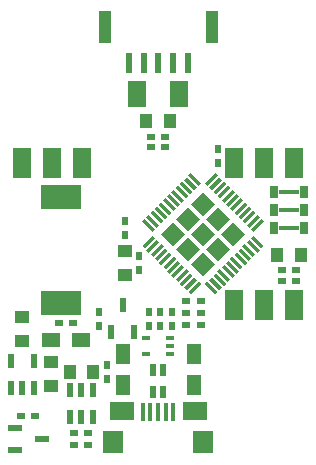
<source format=gbr>
G04 #@! TF.FileFunction,Paste,Top*
%FSLAX46Y46*%
G04 Gerber Fmt 4.6, Leading zero omitted, Abs format (unit mm)*
G04 Created by KiCad (PCBNEW 4.0.7-e2-6376~58~ubuntu14.04.1) date Tue Mar  6 17:24:19 2018*
%MOMM*%
%LPD*%
G01*
G04 APERTURE LIST*
%ADD10C,0.100000*%
%ADD11R,1.500000X2.300000*%
%ADD12R,0.600000X1.200000*%
%ADD13R,0.800000X0.300000*%
%ADD14R,1.800000X1.900000*%
%ADD15R,2.100000X1.600000*%
%ADD16R,0.400000X1.500000*%
%ADD17R,1.200000X0.600000*%
%ADD18R,3.400000X2.000000*%
%ADD19R,0.500000X0.800000*%
%ADD20R,0.800000X0.500000*%
%ADD21R,1.000000X1.200000*%
%ADD22R,1.200000X1.000000*%
%ADD23R,0.600000X1.700000*%
%ADD24R,1.000000X2.700000*%
%ADD25R,1.700000X0.400000*%
%ADD26R,0.800000X1.000000*%
%ADD27R,1.500000X1.250000*%
%ADD28R,0.500000X1.000000*%
%ADD29R,1.250000X1.800000*%
%ADD30R,1.500000X2.540000*%
G04 APERTURE END LIST*
D10*
G36*
X55268466Y-62957017D02*
X54384582Y-63840901D01*
X54172450Y-63628769D01*
X55056334Y-62744885D01*
X55268466Y-62957017D01*
X55268466Y-62957017D01*
G37*
G36*
X54914913Y-62603464D02*
X54031029Y-63487348D01*
X53818897Y-63275216D01*
X54702781Y-62391332D01*
X54914913Y-62603464D01*
X54914913Y-62603464D01*
G37*
G36*
X54561359Y-62249910D02*
X53677475Y-63133794D01*
X53465343Y-62921662D01*
X54349227Y-62037778D01*
X54561359Y-62249910D01*
X54561359Y-62249910D01*
G37*
G36*
X54207806Y-61896357D02*
X53323922Y-62780241D01*
X53111790Y-62568109D01*
X53995674Y-61684225D01*
X54207806Y-61896357D01*
X54207806Y-61896357D01*
G37*
G36*
X53854253Y-61542804D02*
X52970369Y-62426688D01*
X52758237Y-62214556D01*
X53642121Y-61330672D01*
X53854253Y-61542804D01*
X53854253Y-61542804D01*
G37*
G36*
X53500699Y-61189250D02*
X52616815Y-62073134D01*
X52404683Y-61861002D01*
X53288567Y-60977118D01*
X53500699Y-61189250D01*
X53500699Y-61189250D01*
G37*
G36*
X53147146Y-60835697D02*
X52263262Y-61719581D01*
X52051130Y-61507449D01*
X52935014Y-60623565D01*
X53147146Y-60835697D01*
X53147146Y-60835697D01*
G37*
G36*
X52793592Y-60482143D02*
X51909708Y-61366027D01*
X51697576Y-61153895D01*
X52581460Y-60270011D01*
X52793592Y-60482143D01*
X52793592Y-60482143D01*
G37*
G36*
X52440039Y-60128590D02*
X51556155Y-61012474D01*
X51344023Y-60800342D01*
X52227907Y-59916458D01*
X52440039Y-60128590D01*
X52440039Y-60128590D01*
G37*
G36*
X52086486Y-59775037D02*
X51202602Y-60658921D01*
X50990470Y-60446789D01*
X51874354Y-59562905D01*
X52086486Y-59775037D01*
X52086486Y-59775037D01*
G37*
G36*
X51732932Y-59421483D02*
X50849048Y-60305367D01*
X50636916Y-60093235D01*
X51520800Y-59209351D01*
X51732932Y-59421483D01*
X51732932Y-59421483D01*
G37*
G36*
X51379379Y-59067930D02*
X50495495Y-59951814D01*
X50283363Y-59739682D01*
X51167247Y-58855798D01*
X51379379Y-59067930D01*
X51379379Y-59067930D01*
G37*
G36*
X49081281Y-58855798D02*
X49965165Y-59739682D01*
X49753033Y-59951814D01*
X48869149Y-59067930D01*
X49081281Y-58855798D01*
X49081281Y-58855798D01*
G37*
G36*
X48727728Y-59209351D02*
X49611612Y-60093235D01*
X49399480Y-60305367D01*
X48515596Y-59421483D01*
X48727728Y-59209351D01*
X48727728Y-59209351D01*
G37*
G36*
X48374174Y-59562905D02*
X49258058Y-60446789D01*
X49045926Y-60658921D01*
X48162042Y-59775037D01*
X48374174Y-59562905D01*
X48374174Y-59562905D01*
G37*
G36*
X48020621Y-59916458D02*
X48904505Y-60800342D01*
X48692373Y-61012474D01*
X47808489Y-60128590D01*
X48020621Y-59916458D01*
X48020621Y-59916458D01*
G37*
G36*
X47667068Y-60270011D02*
X48550952Y-61153895D01*
X48338820Y-61366027D01*
X47454936Y-60482143D01*
X47667068Y-60270011D01*
X47667068Y-60270011D01*
G37*
G36*
X47313514Y-60623565D02*
X48197398Y-61507449D01*
X47985266Y-61719581D01*
X47101382Y-60835697D01*
X47313514Y-60623565D01*
X47313514Y-60623565D01*
G37*
G36*
X46959961Y-60977118D02*
X47843845Y-61861002D01*
X47631713Y-62073134D01*
X46747829Y-61189250D01*
X46959961Y-60977118D01*
X46959961Y-60977118D01*
G37*
G36*
X46606407Y-61330672D02*
X47490291Y-62214556D01*
X47278159Y-62426688D01*
X46394275Y-61542804D01*
X46606407Y-61330672D01*
X46606407Y-61330672D01*
G37*
G36*
X46252854Y-61684225D02*
X47136738Y-62568109D01*
X46924606Y-62780241D01*
X46040722Y-61896357D01*
X46252854Y-61684225D01*
X46252854Y-61684225D01*
G37*
G36*
X45899301Y-62037778D02*
X46783185Y-62921662D01*
X46571053Y-63133794D01*
X45687169Y-62249910D01*
X45899301Y-62037778D01*
X45899301Y-62037778D01*
G37*
G36*
X45545747Y-62391332D02*
X46429631Y-63275216D01*
X46217499Y-63487348D01*
X45333615Y-62603464D01*
X45545747Y-62391332D01*
X45545747Y-62391332D01*
G37*
G36*
X45192194Y-62744885D02*
X46076078Y-63628769D01*
X45863946Y-63840901D01*
X44980062Y-62957017D01*
X45192194Y-62744885D01*
X45192194Y-62744885D01*
G37*
G36*
X44980062Y-65042983D02*
X45863946Y-64159099D01*
X46076078Y-64371231D01*
X45192194Y-65255115D01*
X44980062Y-65042983D01*
X44980062Y-65042983D01*
G37*
G36*
X45333615Y-65396536D02*
X46217499Y-64512652D01*
X46429631Y-64724784D01*
X45545747Y-65608668D01*
X45333615Y-65396536D01*
X45333615Y-65396536D01*
G37*
G36*
X45687169Y-65750090D02*
X46571053Y-64866206D01*
X46783185Y-65078338D01*
X45899301Y-65962222D01*
X45687169Y-65750090D01*
X45687169Y-65750090D01*
G37*
G36*
X46040722Y-66103643D02*
X46924606Y-65219759D01*
X47136738Y-65431891D01*
X46252854Y-66315775D01*
X46040722Y-66103643D01*
X46040722Y-66103643D01*
G37*
G36*
X46394275Y-66457196D02*
X47278159Y-65573312D01*
X47490291Y-65785444D01*
X46606407Y-66669328D01*
X46394275Y-66457196D01*
X46394275Y-66457196D01*
G37*
G36*
X46747829Y-66810750D02*
X47631713Y-65926866D01*
X47843845Y-66138998D01*
X46959961Y-67022882D01*
X46747829Y-66810750D01*
X46747829Y-66810750D01*
G37*
G36*
X47101382Y-67164303D02*
X47985266Y-66280419D01*
X48197398Y-66492551D01*
X47313514Y-67376435D01*
X47101382Y-67164303D01*
X47101382Y-67164303D01*
G37*
G36*
X47454936Y-67517857D02*
X48338820Y-66633973D01*
X48550952Y-66846105D01*
X47667068Y-67729989D01*
X47454936Y-67517857D01*
X47454936Y-67517857D01*
G37*
G36*
X47808489Y-67871410D02*
X48692373Y-66987526D01*
X48904505Y-67199658D01*
X48020621Y-68083542D01*
X47808489Y-67871410D01*
X47808489Y-67871410D01*
G37*
G36*
X48162042Y-68224963D02*
X49045926Y-67341079D01*
X49258058Y-67553211D01*
X48374174Y-68437095D01*
X48162042Y-68224963D01*
X48162042Y-68224963D01*
G37*
G36*
X48515596Y-68578517D02*
X49399480Y-67694633D01*
X49611612Y-67906765D01*
X48727728Y-68790649D01*
X48515596Y-68578517D01*
X48515596Y-68578517D01*
G37*
G36*
X48869149Y-68932070D02*
X49753033Y-68048186D01*
X49965165Y-68260318D01*
X49081281Y-69144202D01*
X48869149Y-68932070D01*
X48869149Y-68932070D01*
G37*
G36*
X50495495Y-68048186D02*
X51379379Y-68932070D01*
X51167247Y-69144202D01*
X50283363Y-68260318D01*
X50495495Y-68048186D01*
X50495495Y-68048186D01*
G37*
G36*
X50849048Y-67694633D02*
X51732932Y-68578517D01*
X51520800Y-68790649D01*
X50636916Y-67906765D01*
X50849048Y-67694633D01*
X50849048Y-67694633D01*
G37*
G36*
X51202602Y-67341079D02*
X52086486Y-68224963D01*
X51874354Y-68437095D01*
X50990470Y-67553211D01*
X51202602Y-67341079D01*
X51202602Y-67341079D01*
G37*
G36*
X51556155Y-66987526D02*
X52440039Y-67871410D01*
X52227907Y-68083542D01*
X51344023Y-67199658D01*
X51556155Y-66987526D01*
X51556155Y-66987526D01*
G37*
G36*
X51909708Y-66633973D02*
X52793592Y-67517857D01*
X52581460Y-67729989D01*
X51697576Y-66846105D01*
X51909708Y-66633973D01*
X51909708Y-66633973D01*
G37*
G36*
X52263262Y-66280419D02*
X53147146Y-67164303D01*
X52935014Y-67376435D01*
X52051130Y-66492551D01*
X52263262Y-66280419D01*
X52263262Y-66280419D01*
G37*
G36*
X52616815Y-65926866D02*
X53500699Y-66810750D01*
X53288567Y-67022882D01*
X52404683Y-66138998D01*
X52616815Y-65926866D01*
X52616815Y-65926866D01*
G37*
G36*
X52970369Y-65573312D02*
X53854253Y-66457196D01*
X53642121Y-66669328D01*
X52758237Y-65785444D01*
X52970369Y-65573312D01*
X52970369Y-65573312D01*
G37*
G36*
X53323922Y-65219759D02*
X54207806Y-66103643D01*
X53995674Y-66315775D01*
X53111790Y-65431891D01*
X53323922Y-65219759D01*
X53323922Y-65219759D01*
G37*
G36*
X53677475Y-64866206D02*
X54561359Y-65750090D01*
X54349227Y-65962222D01*
X53465343Y-65078338D01*
X53677475Y-64866206D01*
X53677475Y-64866206D01*
G37*
G36*
X54031029Y-64512652D02*
X54914913Y-65396536D01*
X54702781Y-65608668D01*
X53818897Y-64724784D01*
X54031029Y-64512652D01*
X54031029Y-64512652D01*
G37*
G36*
X54384582Y-64159099D02*
X55268466Y-65042983D01*
X55056334Y-65255115D01*
X54172450Y-64371231D01*
X54384582Y-64159099D01*
X54384582Y-64159099D01*
G37*
G36*
X51142498Y-61454416D02*
X50124264Y-62472650D01*
X49106030Y-61454416D01*
X50124264Y-60436182D01*
X51142498Y-61454416D01*
X51142498Y-61454416D01*
G37*
G36*
X53688082Y-64000000D02*
X52669848Y-65018234D01*
X51651614Y-64000000D01*
X52669848Y-62981766D01*
X53688082Y-64000000D01*
X53688082Y-64000000D01*
G37*
G36*
X51142498Y-66545584D02*
X50124264Y-67563818D01*
X49106030Y-66545584D01*
X50124264Y-65527350D01*
X51142498Y-66545584D01*
X51142498Y-66545584D01*
G37*
G36*
X48596914Y-64000000D02*
X47578680Y-65018234D01*
X46560446Y-64000000D01*
X47578680Y-62981766D01*
X48596914Y-64000000D01*
X48596914Y-64000000D01*
G37*
G36*
X52415290Y-62727208D02*
X51397056Y-63745442D01*
X50378822Y-62727208D01*
X51397056Y-61708974D01*
X52415290Y-62727208D01*
X52415290Y-62727208D01*
G37*
G36*
X51142498Y-64000000D02*
X50124264Y-65018234D01*
X49106030Y-64000000D01*
X50124264Y-62981766D01*
X51142498Y-64000000D01*
X51142498Y-64000000D01*
G37*
G36*
X49869706Y-62727208D02*
X48851472Y-63745442D01*
X47833238Y-62727208D01*
X48851472Y-61708974D01*
X49869706Y-62727208D01*
X49869706Y-62727208D01*
G37*
G36*
X49869706Y-65272792D02*
X48851472Y-66291026D01*
X47833238Y-65272792D01*
X48851472Y-64254558D01*
X49869706Y-65272792D01*
X49869706Y-65272792D01*
G37*
G36*
X52415290Y-65272792D02*
X51397056Y-66291026D01*
X50378822Y-65272792D01*
X51397056Y-64254558D01*
X52415290Y-65272792D01*
X52415290Y-65272792D01*
G37*
D11*
X44574264Y-52200000D03*
X48074264Y-52200000D03*
D12*
X34824264Y-77050000D03*
X33874264Y-77050000D03*
X35774264Y-77050000D03*
X35774264Y-74750000D03*
X33874264Y-74750000D03*
D13*
X47324264Y-74150000D03*
X47324264Y-73500000D03*
X47324264Y-72850000D03*
X45324264Y-72850000D03*
X45324264Y-74150000D03*
D12*
X39824264Y-79550000D03*
X39824264Y-77250000D03*
X40774264Y-77250000D03*
X38874264Y-77250000D03*
X38874264Y-79550000D03*
X40774264Y-79550000D03*
D14*
X50124264Y-81600000D03*
X42524264Y-81600000D03*
D15*
X43224264Y-79050000D03*
X49424264Y-79050000D03*
D16*
X45024264Y-79100000D03*
X45674264Y-79100000D03*
X46324264Y-79100000D03*
X46974264Y-79100000D03*
X47624264Y-79100000D03*
D17*
X36474264Y-81400000D03*
X34174264Y-80450000D03*
X34174264Y-82350000D03*
D18*
X38124264Y-60900000D03*
X38124264Y-69900000D03*
D19*
X42024264Y-76300000D03*
X42024264Y-75100000D03*
D20*
X58000000Y-68000000D03*
X56800000Y-68000000D03*
X58000000Y-67100000D03*
X56800000Y-67100000D03*
X48724264Y-69700000D03*
X49924264Y-69700000D03*
D21*
X58400000Y-65800000D03*
X56400000Y-65800000D03*
D19*
X45524264Y-70600000D03*
X45524264Y-71800000D03*
D20*
X48724264Y-70700000D03*
X49924264Y-70700000D03*
D19*
X51400000Y-58000000D03*
X51400000Y-56800000D03*
D22*
X43524264Y-65500000D03*
X43524264Y-67500000D03*
D19*
X44724264Y-65900000D03*
X44724264Y-67100000D03*
D22*
X37224264Y-74900000D03*
X37224264Y-76900000D03*
X34824264Y-73100000D03*
X34824264Y-71100000D03*
D23*
X46347918Y-49534924D03*
X45097918Y-49534924D03*
X47597918Y-49534924D03*
X48847918Y-49534924D03*
D24*
X41847918Y-46484924D03*
X50847918Y-46484924D03*
D23*
X43847918Y-49534924D03*
D20*
X48724264Y-71700000D03*
X49924264Y-71700000D03*
X45724264Y-56700000D03*
X46924264Y-56700000D03*
X40424264Y-80900000D03*
X39224264Y-80900000D03*
D19*
X46524264Y-70600000D03*
X46524264Y-71800000D03*
X47524264Y-70600000D03*
X47524264Y-71800000D03*
D25*
X57400000Y-63500000D03*
X57400000Y-62000000D03*
X57400000Y-60500000D03*
D26*
X58650000Y-63500000D03*
X58650000Y-62000000D03*
X58650000Y-60500000D03*
X56150000Y-60500000D03*
X56150000Y-62000000D03*
X56150000Y-63500000D03*
D27*
X39774264Y-73000000D03*
X37274264Y-73000000D03*
D12*
X43324264Y-70050000D03*
X42374264Y-72350000D03*
X44274264Y-72350000D03*
D19*
X41324264Y-71800000D03*
X41324264Y-70600000D03*
X43500000Y-64100000D03*
X43500000Y-62900000D03*
D20*
X39224264Y-81900000D03*
X40424264Y-81900000D03*
X35924264Y-79400000D03*
X34724264Y-79400000D03*
D21*
X45324264Y-54500000D03*
X47324264Y-54500000D03*
D20*
X45724264Y-55800000D03*
X46924264Y-55800000D03*
D21*
X40824264Y-75700000D03*
X38824264Y-75700000D03*
D20*
X39124264Y-71600000D03*
X37924264Y-71600000D03*
D28*
X45894264Y-77450000D03*
X46754264Y-77450000D03*
X46754264Y-75550000D03*
X45894264Y-75550000D03*
D29*
X43324264Y-74200000D03*
X43324264Y-76800000D03*
X49324264Y-76800000D03*
X49324264Y-74200000D03*
D30*
X52784264Y-70000000D03*
X55324264Y-70000000D03*
X57864264Y-70000000D03*
X39864264Y-58000000D03*
X37324264Y-58000000D03*
X34784264Y-58000000D03*
X57864264Y-58000000D03*
X55324264Y-58000000D03*
X52784264Y-58000000D03*
M02*

</source>
